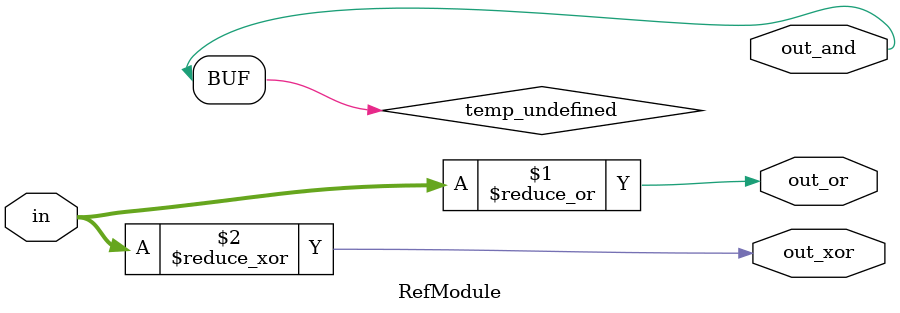
<source format=sv>

module RefModule (
  input [3:0] in,
  output out_and,
  output out_or,
  output out_xor
);

  assign out_and = temp_undefined;
  assign out_or = |in;
  assign out_xor = ^in;

endmodule


</source>
